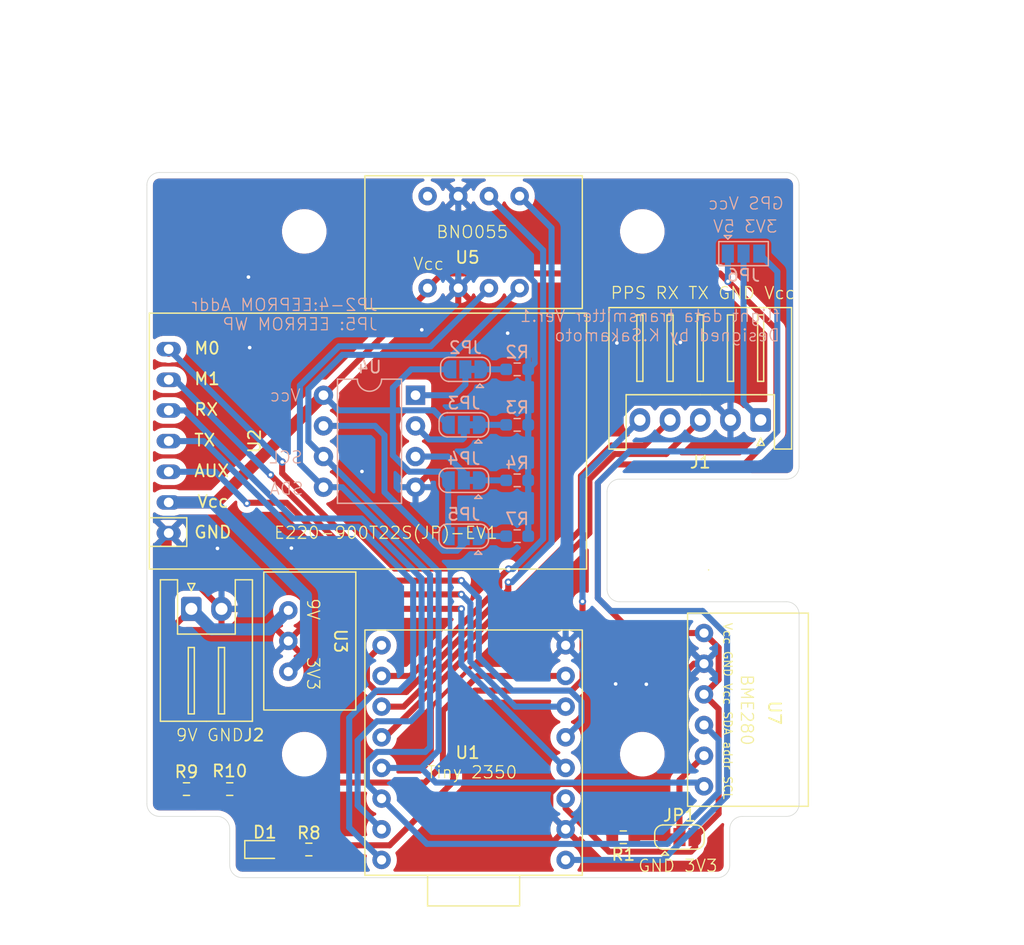
<source format=kicad_pcb>
(kicad_pcb (version 20240108) (generator "pcbnew") (generator_version "8.0")
  (layers (0 "F.Cu" signal) (31 "B.Cu" signal) (34 "B.Paste" user) (35 "F.Paste" user) (36 "B.SilkS" user "B.Silkscreen") (37 "F.SilkS" user "F.Silkscreen") (38 "B.Mask" user) (39 "F.Mask" user) (44 "Edge.Cuts" user))
  (net 0 "")
  (net 1 "GND")
  (net 2 "Net-(D1-A)")
  (net 3 "PPS")
  (net 4 "GPS_RX-ESP_TX")
  (net 5 "Net-(J1-Pin_1)")
  (net 6 "GPS_TX-ESP_RX")
  (net 7 "+9V")
  (net 8 "Net-(JP1-A)")
  (net 9 "Net-(JP1-C)")
  (net 10 "+3V3")
  (net 11 "Net-(JP2-C)")
  (net 12 "Net-(JP2-A)")
  (net 13 "Net-(JP3-C)")
  (net 14 "Net-(JP3-A)")
  (net 15 "Net-(JP4-C)")
  (net 16 "Net-(JP4-A)")
  (net 17 "Net-(JP5-C)")
  (net 18 "Net-(JP5-A)")
  (net 19 "+5V")
  (net 20 "Batt_Voltage")
  (net 21 "LoRa_TX-ESP_RX")
  (net 22 "LoRa_M0")
  (net 23 "SCL")
  (net 24 "LoRa_RX-ESP_TX")
  (net 25 "INT")
  (net 26 "LoRa_M1")
  (net 27 "bRESET")
  (net 28 "LoRa-AUX")
  (net 29 "SDA")
  (footprint "Connector_JST:JST_XH_S5B-XH-A_1x05_P2.50mm_Horizontal" (layer "F.Cu") (at 101.6178 71.2978 180)
    (property "Reference" "J1")
    (property "Value" "GPS")
  )
  (footprint "MountingHole:MountingHole_3.2mm_M3" (layer "F.Cu") (at 63.8302 98.9838)
    (property "Reference" "REF**" (hide yes))
    (property "Value" "MountingHole_3.2mm_M3")
  )
  (footprint "Resistor_SMD:R_0603_1608Metric_Pad0.98x0.95mm_HandSolder" (layer "F.Cu") (at 64.2093 106.8832 180)
    (property "Reference" "R8")
    (property "Value" "R")
  )
  (footprint "Jumper:SolderJumper-3_P1.3mm_Bridged12_RoundedPad1.0x1.5mm" (layer "F.Cu") (at 94.8944 105.8517)
    (property "Reference" "JP1")
    (property "Value" "SolderJumper_3_Bridged12")
  )
  (footprint "CELALINK:E220-900T22S(JP)-EV1" (layer "F.Cu") (at 52.6034 73.0504 90)
    (property "Reference" "U2")
    (property "Value" "~")
  )
  (footprint "Diode_SMD:D_0603_1608Metric_Pad1.05x0.95mm_HandSolder" (layer "F.Cu") (at 60.565 106.8832)
    (property "Reference" "D1")
    (property "Value" "LED")
  )
  (footprint "Connector_JST:JST_XH_S2B-XH-A_1x02_P2.50mm_Horizontal" (layer "F.Cu") (at 54.4776 86.9486)
    (property "Reference" "J2")
    (property "Value" "battery 9V")
  )
  (footprint "MountingHole:MountingHole_3.2mm_M3" (layer "F.Cu") (at 91.821 55.6768)
    (property "Reference" "REF**" (hide yes))
    (property "Value" "MountingHole_3.2mm_M3")
  )
  (footprint "Resistor_SMD:R_0603_1608Metric_Pad0.98x0.95mm_HandSolder" (layer "F.Cu") (at 54.0766 101.8794)
    (property "Reference" "R9")
    (property "Value" "R")
  )
  (footprint "Resistor_SMD:R_0603_1608Metric_Pad0.98x0.95mm_HandSolder" (layer "F.Cu") (at 90.2462 105.8672 180)
    (property "Reference" "R1")
    (property "Value" "R")
  )
  (footprint "MountingHole:MountingHole_3.2mm_M3" (layer "F.Cu") (at 63.8302 55.6768)
    (property "Reference" "REF**" (hide yes))
    (property "Value" "MountingHole_3.2mm_M3")
  )
  (footprint "akizuki:AE-BME280" (layer "F.Cu") (at 96.9264 95.3008 -90)
    (property "Reference" "U7")
    (property "Value" "BME280")
  )
  (footprint "Resistor_SMD:R_0603_1608Metric_Pad0.98x0.95mm_HandSolder" (layer "F.Cu") (at 57.658 101.8794 180)
    (property "Reference" "R10")
    (property "Value" "R")
  )
  (footprint "akizuki:AE-BNO055-BO" (layer "F.Cu") (at 77.851 56.5658 90)
    (property "Reference" "U5")
    (property "Value" "BNO055")
  )
  (footprint "MountingHole:MountingHole_3.2mm_M3" (layer "F.Cu") (at 91.821 98.9838)
    (property "Reference" "REF**" (hide yes))
    (property "Value" "MountingHole_3.2mm_M3")
  )
  (footprint "pimoroni:Tiny 2350" (layer "F.Cu") (at 77.851 98.8568 90)
    (property "Reference" "U1")
    (property "Value" "~")
  )
  (footprint "akizuki:M78AR033-1" (layer "F.Cu") (at 62.5094 89.6112 -90)
    (property "Reference" "U3")
    (property "Value" "M78AR05-0.5")
  )
  (footprint "Jumper:SolderJumper-3_P1.3mm_Bridged12_RoundedPad1.0x1.5mm" (layer "B.Cu") (at 77.0336 80.9244 180)
    (property "Reference" "JP5")
    (property "Value" "SolderJumper_3_Bridged12")
  )
  (footprint "Jumper:SolderJumper-3_P1.3mm_Open_Pad1.0x1.5mm" (layer "B.Cu") (at 100.203 57.5211)
    (property "Reference" "JP6")
    (property "Value" "SolderJumper_3_Open")
  )
  (footprint "Resistor_SMD:R_0603_1608Metric_Pad0.98x0.95mm_HandSolder" (layer "B.Cu") (at 81.4578 67.1068 180)
    (property "Reference" "R2")
    (property "Value" "R")
  )
  (footprint "Resistor_SMD:R_0603_1608Metric_Pad0.98x0.95mm_HandSolder" (layer "B.Cu") (at 81.4578 71.7042 180)
    (property "Reference" "R3")
    (property "Value" "R")
  )
  (footprint "Resistor_SMD:R_0603_1608Metric_Pad0.98x0.95mm_HandSolder" (layer "B.Cu") (at 81.4578 80.9244)
    (property "Reference" "R7")
    (property "Value" "R")
  )
  (footprint "Jumper:SolderJumper-3_P1.3mm_Bridged12_RoundedPad1.0x1.5mm" (layer "B.Cu") (at 77.0428 76.3016 180)
    (property "Reference" "JP4")
    (property "Value" "SolderJumper_3_Bridged12")
  )
  (footprint "Jumper:SolderJumper-3_P1.3mm_Bridged12_RoundedPad1.0x1.5mm" (layer "B.Cu") (at 77.1698 67.1068 180)
    (property "Reference" "JP2")
    (property "Value" "SolderJumper_3_Bridged12")
  )
  (footprint "Jumper:SolderJumper-3_P1.3mm_Bridged12_RoundedPad1.0x1.5mm" (layer "B.Cu") (at 77.0428 71.7042 180)
    (property "Reference" "JP3")
    (property "Value" "SolderJumper_3_Bridged12")
  )
  (footprint "Package_DIP:DIP-8_W7.62mm" (layer "B.Cu") (at 73.0404 69.2504 180)
    (property "Reference" "U4")
    (property "Value" "24FC256")
  )
  (footprint "Resistor_SMD:R_0603_1608Metric_Pad0.98x0.95mm_HandSolder" (layer "B.Cu") (at 81.4578 76.3016 180)
    (property "Reference" "R4")
    (property "Value" "R")
  )
  (gr_arc (start 50.799781 51.841181) (mid 51.1048 51.1048) (end 51.841181 50.799781) (stroke (width 0.05)) (layer "Edge.Cuts"))
  (gr_line (start 51.841181 104.140219) (end 56.616819 104.139781) (stroke (width 0.05)) (layer "Edge.Cuts"))
  (gr_arc (start 103.759219 86.359781) (mid 104.4956 86.6648) (end 104.800619 87.401181) (stroke (width 0.05)) (layer "Edge.Cuts"))
  (gr_arc (start 88.899781 77.241181) (mid 89.2048 76.5048) (end 89.941181 76.199781) (stroke (width 0.05)) (layer "Edge.Cuts"))
  (gr_line (start 89.941181 76.199781) (end 103.759219 76.200219) (stroke (width 0.05)) (layer "Edge.Cuts"))
  (gr_arc (start 56.616819 104.139781) (mid 57.3532 104.4448) (end 57.658219 105.181181) (stroke (width 0.05)) (layer "Edge.Cuts"))
  (gr_arc (start 104.800619 103.098819) (mid 104.4956 103.8352) (end 103.759219 104.140219) (stroke (width 0.05)) (layer "Edge.Cuts"))
  (gr_arc (start 89.941181 86.360219) (mid 89.2048 86.0552) (end 88.899781 85.318819) (stroke (width 0.05)) (layer "Edge.Cuts"))
  (gr_arc (start 99.060219 108.178819) (mid 98.7552 108.9152) (end 98.018819 109.220219) (stroke (width 0.05)) (layer "Edge.Cuts"))
  (gr_arc (start 103.759219 50.799781) (mid 104.4956 51.1048) (end 104.800619 51.841181) (stroke (width 0.05)) (layer "Edge.Cuts"))
  (gr_arc (start 104.800619 75.158819) (mid 104.4956 75.8952) (end 103.759219 76.200219) (stroke (width 0.05)) (layer "Edge.Cuts"))
  (gr_line (start 88.899781 85.318819) (end 88.899781 77.241181) (stroke (width 0.05)) (layer "Edge.Cuts"))
  (gr_line (start 58.699181 109.220219) (end 98.018819 109.220219) (stroke (width 0.05)) (layer "Edge.Cuts"))
  (gr_arc (start 58.699181 109.220219) (mid 57.9628 108.9152) (end 57.657781 108.178819) (stroke (width 0.05)) (layer "Edge.Cuts"))
  (gr_line (start 57.658219 105.181181) (end 57.657781 108.178819) (stroke (width 0.05)) (layer "Edge.Cuts"))
  (gr_line (start 50.799781 103.098819) (end 50.799781 51.841181) (stroke (width 0.05)) (layer "Edge.Cuts"))
  (gr_line (start 103.759219 86.359781) (end 89.941181 86.360219) (stroke (width 0.05)) (layer "Edge.Cuts"))
  (gr_line (start 100.101181 104.139781) (end 103.759219 104.140219) (stroke (width 0.05)) (layer "Edge.Cuts"))
  (gr_line (start 51.841181 50.799781) (end 103.759219 50.799781) (stroke (width 0.05)) (layer "Edge.Cuts"))
  (gr_line (start 104.800619 87.401181) (end 104.800619 103.098819) (stroke (width 0.05)) (layer "Edge.Cuts"))
  (gr_arc (start 51.841181 104.140219) (mid 51.1048 103.8352) (end 50.799781 103.098819) (stroke (width 0.05)) (layer "Edge.Cuts"))
  (gr_line (start 104.800619 51.841181) (end 104.800619 75.158819) (stroke (width 0.05)) (layer "Edge.Cuts"))
  (gr_line (start 99.060219 108.178819) (end 99.059781 105.181181) (stroke (width 0.05)) (layer "Edge.Cuts"))
  (gr_arc (start 99.059781 105.181181) (mid 99.3648 104.4448) (end 100.101181 104.139781) (stroke (width 0.05)) (layer "Edge.Cuts"))
  (gr_text "flight data transmitter Ver.1\nDesigned by K.Sakamoto" (at 103.2764 64.8716 0) (layer "B.SilkS") (effects (font (size 1 1) (thickness 0.1)) (justify left bottom mirror)))
  (gr_text "SCL" (at 63.754 74.9808 0) (layer "B.SilkS") (effects (font (size 1 1) (thickness 0.1)) (justify left bottom mirror)))
  (gr_text "JP2-4:EEPROM Addr\nJP5: EERROM WP" (at 69.977 63.9572 0) (layer "B.SilkS") (effects (font (size 1 1) (thickness 0.1)) (justify left bottom mirror)))
  (gr_text "SDA" (at 63.8302 77.5716 0) (layer "B.SilkS") (effects (font (size 1 1) (thickness 0.1)) (justify left bottom mirror)))
  (gr_text "GPS Vcc" (at 103.6066 53.9496 0) (layer "B.SilkS") (effects (font (size 1 1) (thickness 0.1)) (justify left bottom mirror)))
  (gr_text "Vcc" (at 63.6016 69.85 0) (layer "B.SilkS") (effects (font (size 1 1) (thickness 0.1)) (justify left bottom mirror)))
  (gr_text "3V3 5V" (at 103.0732 55.8546 -0) (layer "B.SilkS") (effects (font (size 1 1) (thickness 0.1)) (justify left bottom mirror)))
  (gr_text "9V GND" (at 53.1368 97.9932 0) (layer "F.SilkS") (effects (font (size 1 1) (thickness 0.1)) (justify left bottom)))
  (gr_text "E220-900T22S(JP)-EV1" (at 61.2648 81.2292 0) (layer "F.SilkS") (effects (font (size 1 1) (thickness 0.1)) (justify left bottom)))
  (gr_text "Vcc" (at 72.771 58.9534 0) (layer "F.SilkS") (effects (font (size 1 1) (thickness 0.1)) (justify left bottom)))
  (gr_text "Tiny 2350" (at 73.914 101.0666 0) (layer "F.SilkS") (effects (font (size 1 1) (thickness 0.1)) (justify left bottom)))
  (gr_text "GND 3V3" (at 91.4146 108.8136 0) (layer "F.SilkS") (effects (font (size 1 1) (thickness 0.1)) (justify left bottom)))
  (gr_text "BME280" (at 99.8982 92.3036 -90) (layer "F.SilkS") (effects (font (size 1 1) (thickness 0.1)) (justify left bottom)))
  (gr_text "9V    3V3" (at 63.9826 86.0044 270) (layer "F.SilkS") (effects (font (size 1 1) (thickness 0.1)) (justify left bottom)))
  (gr_text "Vcc GND Vcc SDA addr SCL" (at 98.4758 88.0364 270) (layer "F.SilkS") (effects (font (size 0.7 0.7) (thickness 0.1)) (justify left bottom)))
  (gr_text "BNO055" (at 74.7014 56.3118 0) (layer "F.SilkS") (effects (font (size 1 1) (thickness 0.1)) (justify left bottom)))
  (gr_text "PPS RX TX GND Vcc" (at 89.1286 61.3664 0) (layer "F.SilkS") (effects (font (size 1 1) (thickness 0.1)) (justify left bottom)))
  (segment (start 52.6034 82.5744) (end 56.9776 86.9486) (width 0.5) (layer "F.Cu") (net 1))
  (segment (start 59.8468 86.9486) (end 62.5094 89.6112) (width 0.5) (layer "F.Cu") (net 1))
  (segment (start 88.8511 104.169473) (end 86.136427 101.4548) (width 0.5) (layer "F.Cu") (net 1))
  (segment (start 88.8511 105.3846) (end 89.3337 105.8672) (width 0.5) (layer "F.Cu") (net 1))
  (segment (start 52.2266 102.47998) (end 52.59122 102.8446) (width 0.5) (layer "F.Cu") (net 1))
  (segment (start 96.9264 91.4908) (end 96.100427 91.4908) (width 0.5) (layer "F.Cu") (net 1))
  (segment (start 58.5705 101.8794) (end 58.5705 105.7637) (width 0.5) (layer "F.Cu") (net 1))
  (segment (start 52.6034 80.6704) (end 52.2266 81.0472) (width 0.5) (layer "F.Cu") (net 1))
  (segment (start 86.136427 101.4548) (end 84.968973 101.4548) (width 0.5) (layer "F.Cu") (net 1))
  (segment (start 84.968973 101.4548) (end 84.201 102.222773) (width 0.5) (layer "F.Cu") (net 1))
  (segment (start 76.581 60.3758) (end 76.581 66.4158) (width 0.5) (layer "F.Cu") (net 1))
  (segment (start 84.201 102.222773) (end 84.201 103.9368) (width 0.5) (layer "F.Cu") (net 1))
  (segment (start 52.59122 102.8446) (end 57.6053 102.8446) (width 0.5) (layer "F.Cu") (net 1))
  (segment (start 57.6053 102.8446) (end 58.5705 101.8794) (width 0.5) (layer "F.Cu") (net 1))
  (segment (start 52.2266 81.0472) (end 52.2266 102.47998) (width 0.5) (layer "F.Cu") (net 1))
  (segment (start 96.100427 91.4908) (end 86.136427 101.4548) (width 0.5) (layer "F.Cu") (net 1))
  (segment (start 58.5705 105.7637) (end 59.69 106.8832) (width 0.5) (layer "F.Cu") (net 1))
  (segment (start 52.6034 80.6704) (end 52.6034 82.5744) (width 0.5) (layer "F.Cu") (net 1))
  (segment (start 56.9776 86.9486) (end 59.8468 86.9486) (width 0.5) (layer "F.Cu") (net 1))
  (segment (start 84.201 103.9368) (end 85.471 105.2068) (width 0.5) (layer "F.Cu") (net 1))
  (segment (start 88.8511 105.3846) (end 88.8511 104.169473) (width 0.5) (layer "F.Cu") (net 1))
  (segment (start 73.0404 76.8704) (end 80.038 69.8728) (width 0.5) (layer "F.Cu") (net 1))
  (segment (start 97.6928 69.8728) (end 99.1178 71.2978) (width 0.5) (layer "F.Cu") (net 1))
  (segment (start 80.038 69.8728) (end 97.6928 69.8728) (width 0.5) (layer "F.Cu") (net 1))
  (segment (start 76.581 66.4158) (end 80.038 69.8728) (width 0.5) (layer "F.Cu") (net 1))
  (via (at 89.6112 93.1672) (size 0.6) (drill 0.3) (layers "F.Cu" "B.Cu") (net 1))
  (via (at 56.642 81.9404) (size 0.6) (drill 0.3) (layers "F.Cu" "B.Cu") (net 1))
  (via (at 59.309 65.3034) (size 0.6) (drill 0.3) (layers "F.Cu" "B.Cu") (net 1))
  (via (at 92.1512 93.1926) (size 0.6) (drill 0.3) (layers "F.Cu" "B.Cu") (net 1))
  (via (at 68.6054 75.565) (size 0.6) (drill 0.3) (layers "F.Cu" "B.Cu") (net 1))
  (via (at 59.2074 59.4614) (size 0.6) (drill 0.3) (layers "F.Cu" "B.Cu") (net 1))
  (via (at 62.7634 81.915) (size 0.6) (drill 0.3) (layers "F.Cu" "B.Cu") (net 1))
  (via (at 94.9706 64.8716) (size 0.6) (drill 0.3) (layers "F.Cu" "B.Cu") (net 1))
  (via (at 80.6704 64.1096) (size 0.6) (drill 0.3) (layers "F.Cu" "B.Cu") (net 1))
  (via (at 89.7128 64.9224) (size 0.6) (drill 0.3) (layers "F.Cu" "B.Cu") (net 1))
  (via (at 73.5584 63.8302) (size 0.6) (drill 0.3) (layers "F.Cu" "B.Cu") (net 1))
  (segment (start 76.581 60.3758) (end 77.793 59.1638) (width 0.5) (layer "B.Cu") (net 1))
  (segment (start 85.471 75.481122) (end 85.471 89.9668) (width 0.5) (layer "B.Cu") (net 1))
  (segment (start 82.9056 66.5715) (end 82.3703 67.1068) (width 0.5) (layer "B.Cu") (net 1))
  (segment (start 82.9056 59.906373) (end 82.9056 66.5715) (width 0.5) (layer "B.Cu") (net 1))
  (segment (start 76.581 52.7558) (end 76.581 60.3758) (width 0.5) (layer "B.Cu") (net 1))
  (segment (start 77.793 59.1638) (end 82.163027 59.1638) (width 0.5) (layer "B.Cu") (net 1))
  (segment (start 82.163027 59.1638) (end 82.9056 59.906373) (width 0.5) (layer "B.Cu") (net 1))
  (segment (start 97.6928 69.8728) (end 91.079322 69.8728) (width 0.5) (layer "B.Cu") (net 1))
  (segment (start 91.079322 69.8728) (end 85.471 75.481122) (width 0.5) (layer "B.Cu") (net 1))
  (segment (start 99.1178 71.2978) (end 97.6928 69.8728) (width 0.5) (layer "B.Cu") (net 1))
  (segment (start 82.3703 67.1068) (end 82.3703 80.9244) (width 0.5) (layer "B.Cu") (net 1))
  (segment (start 61.44 106.8832) (end 63.2968 106.8832) (width 0.5) (layer "F.Cu") (net 2))
  (segment (start 86.868 92.823827) (end 86.868 91.7956) (width 0.5) (layer "F.Cu") (net 3))
  (segment (start 65.4702 106.5348) (end 70.896427 106.5348) (width 0.5) (layer "F.Cu") (net 3))
  (segment (start 76.1492 101.282027) (end 76.1492 95.52875) (width 0.5) (layer "F.Cu") (net 3))
  (segment (start 70.896427 106.5348) (end 76.1492 101.282027) (width 0.5) (layer "F.Cu") (net 3))
  (segment (start 77.95915 93.7188) (end 85.973027 93.7188) (width 0.5) (layer "F.Cu") (net 3))
  (segment (start 65.1218 106.8832) (end 65.4702 106.5348) (width 0.5) (layer "F.Cu") (net 3))
  (segment (start 76.1492 95.52875) (end 77.95915 93.7188) (width 0.5) (layer "F.Cu") (net 3))
  (segment (start 85.973027 93.7188) (end 86.868 92.823827) (width 0.5) (layer "F.Cu") (net 3))
  (segment (start 86.868 91.7956) (end 86.868 86.3346) (width 0.5) (layer "F.Cu") (net 3))
  (via (at 86.868 86.3346) (size 0.6) (drill 0.3) (layers "F.Cu" "B.Cu") (net 3))
  (segment (start 86.868 76.0476) (end 86.868 86.3346) (width 0.5) (layer "B.Cu") (net 3))
  (segment (start 91.6178 71.2978) (end 86.868 76.0476) (width 0.5) (layer "B.Cu") (net 3))
  (segment (start 70.5104 97.5868) (end 87.437342 80.659858) (width 0.5) (layer "F.Cu") (net 4))
  (segment (start 70.231 97.5868) (end 70.5104 97.5868) (width 0.5) (layer "F.Cu") (net 4))
  (segment (start 93.7984 74.1172) (end 96.6178 71.2978) (width 0.5) (layer "F.Cu") (net 4))
  (segment (start 87.437342 80.659858) (end 87.437342 76.218134) (width 0.5) (layer "F.Cu") (net 4))
  (segment (start 89.538276 74.1172) (end 93.7984 74.1172) (width 0.5) (layer "F.Cu") (net 4))
  (segment (start 87.437342 76.218134) (end 89.538276 74.1172) (width 0.5) (layer "F.Cu") (net 4))
  (segment (start 100.203 69.883) (end 101.6178 71.2978) (width 0.5) (layer "B.Cu") (net 5))
  (segment (start 100.203 57.5211) (end 100.203 69.883) (width 0.5) (layer "B.Cu") (net 5))
  (segment (start 86.737342 75.928184) (end 89.248326 73.4172) (width 0.5) (layer "F.Cu") (net 6))
  (segment (start 72.606225 94.501025) (end 86.737342 80.369908) (width 0.5) (layer "F.Cu") (net 6))
  (segment (start 70.231 95.0468) (end 72.06045 95.0468) (width 0.5) (layer "F.Cu") (net 6))
  (segment (start 72.06045 95.0468) (end 72.606225 94.501025) (width 0.5) (layer "F.Cu") (net 6))
  (segment (start 86.737342 80.369908) (end 86.737342 75.928184) (width 0.5) (layer "F.Cu") (net 6))
  (segment (start 89.248326 73.4172) (end 91.9984 73.4172) (width 0.5) (layer "F.Cu") (net 6))
  (segment (start 91.9984 73.4172) (end 94.1178 71.2978) (width 0.5) (layer "F.Cu") (net 6))
  (segment (start 53.1641 101.8794) (end 53.1641 88.2621) (width 0.5) (layer "F.Cu") (net 7))
  (segment (start 53.1641 88.2621) (end 54.4776 86.9486) (width 0.5) (layer "F.Cu") (net 7))
  (segment (start 60.932 88.6486) (end 62.5094 87.0712) (width 1) (layer "B.Cu") (net 7))
  (segment (start 56.1776 88.6486) (end 60.932 88.6486) (width 1) (layer "B.Cu") (net 7))
  (segment (start 54.4776 86.9486) (end 56.1776 88.6486) (width 1) (layer "B.Cu") (net 7))
  (segment (start 91.1587 105.8672) (end 93.5789 105.8672) (width 0.5) (layer "F.Cu") (net 8))
  (segment (start 93.5789 105.8672) (end 93.5944 105.8517) (width 0.5) (layer "F.Cu") (net 8))
  (segment (start 96.9264 99.1108) (end 94.8944 101.1428) (width 0.5) (layer "F.Cu") (net 9))
  (segment (start 94.8944 101.1428) (end 94.8944 105.8517) (width 0.5) (layer "F.Cu") (net 9))
  (segment (start 52.6034 78.1304) (end 56.5404 78.1304) (width 1) (layer "F.Cu") (net 10))
  (segment (start 98.1384 92.8188) (end 96.9264 94.0308) (width 0.5) (layer "F.Cu") (net 10))
  (segment (start 98.933 59.817) (end 98.9076 59.817) (width 0.5) (layer "F.Cu") (net 10))
  (segment (start 98.1384 95.2428) (end 98.1384 103.9077) (width 0.5) (layer "F.Cu") (net 10))
  (segment (start 88.137342 86.051917) (end 88.137342 76.508083) (width 0.5) (layer "F.Cu") (net 10))
  (segment (start 74.041 60.6298) (end 74.041 60.3758) (width 0.5) (layer "F.Cu") (net 10))
  (segment (start 95.8351 107.061) (end 96.1944 106.7017) (width 0.5) (layer "F.Cu") (net 10))
  (segment (start 98.1384 103.9077) (end 96.1944 105.8517) (width 0.5) (layer "F.Cu") (net 10))
  (segment (start 100.928339 74.309139) (end 102.9178 72.319678) (width 0.5) (layer "F.Cu") (net 10))
  (segment (start 102.9178 72.319678) (end 102.9178 63.8018) (width 0.5) (layer "F.Cu") (net 10))
  (segment (start 98.1384 90.1628) (end 98.1384 92.8188) (width 0.5) (layer "F.Cu") (net 10))
  (segment (start 96.9264 88.9508) (end 98.1384 90.1628) (width 0.5) (layer "F.Cu") (net 10))
  (segment (start 65.4204 69.2504) (end 74.041 60.6298) (width 0.5) (layer "F.Cu") (net 10))
  (segment (start 98.9076 59.7916) (end 98.9076 59.7916) (width 0.5) (layer "F.Cu") (net 10))
  (segment (start 100.255365 74.982113) (end 100.928339 74.309139) (width 0.5) (layer "F.Cu") (net 10))
  (segment (start 89.061146 107.061) (end 95.8351 107.061) (width 0.5) (layer "F.Cu") (net 10))
  (segment (start 75.253 59.1638) (end 98.2544 59.1638) (width 0.5) (layer "F.Cu") (net 10))
  (segment (start 56.5404 78.1304) (end 65.4204 69.2504) (width 1) (layer "F.Cu") (net 10))
  (segment (start 85.471 102.6668) (end 85.471 103.470854) (width 0.5) (layer "F.Cu") (net 10))
  (segment (start 96.1944 106.7017) (end 96.1944 105.8517) (width 0.5) (layer "F.Cu") (net 10))
  (segment (start 89.663313 74.982113) (end 100.255365 74.982113) (width 0.5) (layer "F.Cu") (net 10))
  (segment (start 96.9264 94.0308) (end 98.1384 95.2428) (width 0.5) (layer "F.Cu") (net 10))
  (segment (start 98.2544 59.1638) (end 98.9076 59.817) (width 0.5) (layer "F.Cu") (net 10))
  (segment (start 89.195634 75.449791) (end 89.663313 74.982113) (width 0.5) (layer "F.Cu") (net 10))
  (segment (start 88.137342 76.508083) (end 89.195634 75.449791) (width 0.5) (layer "F.Cu") (net 10))
  (segment (start 96.9264 88.9508) (end 91.036225 88.9508) (width 0.5) (layer "F.Cu") (net 10))
  (segment (start 85.471 103.470854) (end 89.061146 107.061) (width 0.5) (layer "F.Cu") (net 10))
  (segment (start 102.9178 63.8018) (end 98.933 59.817) (width 0.5) (layer "F.Cu") (net 10))
  (segment (start 98.9076 59.817) (end 98.9076 59.7916) (width 0.5) (layer "F.Cu") (net 10))
  (segment (start 91.036225 88.9508) (end 88.137342 86.051917) (width 0.5) (layer "F.Cu") (net 10))
  (segment (start 74.041 60.3758) (end 75.253 59.1638) (width 0.5) (layer "F.Cu") (net 10))
  (via (at 98.9076 59.817) (size 0.6) (drill 0.3) (layers "F.Cu" "B.Cu") (net 10))
  (segment (start 66.6704 70.5004) (end 71.1708 70.5004) (width 0.5) (layer "B.Cu") (net 10))
  (segment (start 63.9714 85.8662) (end 63.9714 90.6892) (width 1) (layer "B.Cu") (net 10))
  (segment (start 63.9714 90.6892) (end 62.5094 92.1512) (width 1) (layer "B.Cu") (net 10))
  (segment (start 74.539 70.5004) (end 75.7428 71.7042) (width 0.5) (layer "B.Cu") (net 10))
  (segment (start 71.1708 70.5004) (end 71.1708 68.62) (width 0.5) (layer "B.Cu") (net 10))
  (segment (start 75.7428 76.3016) (end 75.7428 80.9152) (width 0.5) (layer "B.Cu") (net 10))
  (segment (start 71.1708 68.62) (end 72.684 67.1068) (width 0.5) (layer "B.Cu") (net 10))
  (segment (start 52.6034 78.1304) (end 56.2356 78.1304) (width 1) (layer "B.Cu") (net 10))
  (segment (start 72.684 67.1068) (end 75.8698 67.1068) (width 0.5) (layer "B.Cu") (net 10))
  (segment (start 56.2356 78.1304) (end 63.9714 85.8662) (width 1) (layer "B.Cu") (net 10))
  (segment (start 71.1708 70.5004) (end 71.1708 74.228567) (width 0.5) (layer "B.Cu") (net 10))
  (segment (start 75.7428 80.9152) (end 75.7336 80.9244) (width 0.5) (layer "B.Cu") (net 10))
  (segment (start 98.9076 57.5257) (end 98.903 57.5211) (width 0.5) (layer "B.Cu") (net 10))
  (segment (start 65.4204 69.2504) (end 66.6704 70.5004) (width 0.5) (layer "B.Cu") (net 10))
  (segment (start 71.1708 70.5004) (end 74.539 70.5004) (width 0.5) (layer "B.Cu") (net 10))
  (segment (start 98.9076 59.817) (end 98.9076 57.5257) (width 0.5) (layer "B.Cu") (net 10))
  (segment (start 72.522633 75.5804) (end 75.0216 75.5804) (width 0.5) (layer "B.Cu") (net 10))
  (segment (start 75.0216 75.5804) (end 75.7428 76.3016) (width 0.5) (layer "B.Cu") (net 10))
  (segment (start 71.1708 74.228567) (end 72.522633 75.5804) (width 0.5) (layer "B.Cu") (net 10))
  (segment (start 76.2762 69.2504) (end 77.1698 68.3568) (width 0.5) (layer "B.Cu") (net 11))
  (segment (start 73.0404 69.2504) (end 76.2762 69.2504) (width 0.5) (layer "B.Cu") (net 11))
  (segment (start 77.1698 68.3568) (end 77.1698 67.1068) (width 0.5) (layer "B.Cu") (net 11))
  (segment (start 78.4698 67.1068) (end 80.5453 67.1068) (width 0.5) (layer "B.Cu") (net 12))
  (segment (start 76.9202 72.9092) (end 77.0428 72.7866) (width 0.5) (layer "B.Cu") (net 13))
  (segment (start 77.0428 72.7866) (end 77.0428 71.7042) (width 0.5) (layer "B.Cu") (net 13))
  (segment (start 74.1592 72.9092) (end 76.9202 72.9092) (width 0.5) (layer "B.Cu") (net 13))
  (segment (start 73.0404 71.7904) (end 74.1592 72.9092) (width 0.5) (layer "B.Cu") (net 13))
  (segment (start 78.3428 71.7042) (end 80.5453 71.7042) (width 0.5) (layer "B.Cu") (net 14))
  (segment (start 75.715068 74.3304) (end 77.0428 75.658132) (width 0.5) (layer "B.Cu") (net 15))
  (segment (start 73.0404 74.3304) (end 75.715068 74.3304) (width 0.5) (layer "B.Cu") (net 15))
  (segment (start 77.0428 75.658132) (end 77.0428 76.3016) (width 0.5) (layer "B.Cu") (net 15))
  (segment (start 78.3428 76.3016) (end 80.5453 76.3016) (width 0.5) (layer "B.Cu") (net 16))
  (segment (start 76.472068 82.1294) (end 77.0336 81.567868) (width 0.5) (layer "B.Cu") (net 17))
  (segment (start 75.332591 82.1294) (end 76.472068 82.1294) (width 0.5) (layer "B.Cu") (net 17))
  (segment (start 70.4708 77.267609) (end 75.332591 82.1294) (width 0.5) (layer "B.Cu") (net 17))
  (segment (start 70.4708 72.5678) (end 70.4708 77.267609) (width 0.5) (layer "B.Cu") (net 17))
  (segment (start 65.4204 71.7904) (end 69.6934 71.7904) (width 0.5) (layer "B.Cu") (net 17))
  (segment (start 77.0336 81.567868) (end 77.0336 80.9244) (width 0.5) (layer "B.Cu") (net 17))
  (segment (start 69.6934 71.7904) (end 70.4708 72.5678) (width 0.5) (layer "B.Cu") (net 17))
  (segment (start 78.3336 80.9244) (end 80.5453 80.9244) (width 0.5) (layer "B.Cu") (net 18))
  (segment (start 98.8384 102.442777) (end 93.858788 107.422388) (width 0.5) (layer "B.Cu") (net 19))
  (segment (start 85.471 107.7468) (end 93.534376 107.7468) (width 0.5) (layer "B.Cu") (net 19))
  (segment (start 88.137342 86.051917) (end 89.208083 87.122658) (width 0.5) (layer "B.Cu") (net 19))
  (segment (start 89.208083 87.122658) (end 96.812285 87.122658) (width 0.5) (layer "B.Cu") (net 19))
  (segment (start 101.334739 73.902739) (end 102.997 72.240478) (width 0.5) (layer "B.Cu") (net 19))
  (segment (start 90.742686 73.902739) (end 88.137342 76.508083) (width 0.5) (layer "B.Cu") (net 19))
  (segment (start 93.534376 107.7468) (end 93.858788 107.422388) (width 0.5) (layer "B.Cu") (net 19))
  (segment (start 96.812285 87.122658) (end 98.8384 89.148773) (width 0.5) (layer "B.Cu") (net 19))
  (segment (start 88.137342 76.508083) (end 88.137342 86.051917) (width 0.5) (layer "B.Cu") (net 19))
  (segment (start 98.8384 89.148773) (end 98.8384 102.442777) (width 0.5) (layer "B.Cu") (net 19))
  (segment (start 101.334739 73.902739) (end 90.742686 73.902739) (width 0.5) (layer "B.Cu") (net 19))
  (segment (start 102.997 72.240478) (end 102.997 59.0151) (width 0.5) (layer "B.Cu") (net 19))
  (segment (start 102.997 59.0151) (end 101.503 57.5211) (width 0.5) (layer "B.Cu") (net 19))
  (segment (start 73.8196 101.3388) (end 75.311 99.8474) (width 0.5) (layer "F.Cu") (net 20))
  (segment (start 57.6705 100.9544) (end 60.6446 100.9544) (width 0.5) (layer "F.Cu") (net 20))
  (segment (start 60.6446 100.9544) (end 61.029 101.3388) (width 0.5) (layer "F.Cu") (net 20))
  (segment (start 56.7455 101.8794) (end 57.6705 100.9544) (width 0.5) (layer "F.Cu") (net 20))
  (segment (start 75.311 95.377) (end 78.1812 92.5068) (width 0.5) (layer "F.Cu") (net 20))
  (segment (start 75.311 99.8474) (end 75.311 95.377) (width 0.5) (layer "F.Cu") (net 20))
  (segment (start 54.9891 101.8794) (end 56.7455 101.8794) (width 0.5) (layer "F.Cu") (net 20))
  (segment (start 78.1812 92.5068) (end 85.471 92.5068) (width 0.5) (layer "F.Cu") (net 20))
  (segment (start 61.029 101.3388) (end 73.8196 101.3388) (width 0.5) (layer "F.Cu") (net 20))
  (segment (start 68.5725 79.4624) (end 73.5442 84.4341) (width 0.5) (layer "B.Cu") (net 21))
  (segment (start 62.90095 79.4624) (end 68.5725 79.4624) (width 0.5) (layer "B.Cu") (net 21))
  (segment (start 73.5442 95.3516) (end 72.637 96.2588) (width 0.5) (layer "B.Cu") (net 21))
  (segment (start 68.2498 103.2256) (end 70.231 105.2068) (width 0.5) (layer "B.Cu") (net 21))
  (segment (start 72.637 96.2588) (end 69.844973 96.2588) (width 0.5) (layer "B.Cu") (net 21))
  (segment (start 53.94895 70.5104) (end 62.90095 79.4624) (width 0.5) (layer "B.Cu") (net 21))
  (segment (start 68.2498 97.853973) (end 68.2498 103.2256) (width 0.5) (layer "B.Cu") (net 21))
  (segment (start 52.6034 70.5104) (end 53.94895 70.5104) (width 0.5) (layer "B.Cu") (net 21))
  (segment (start 69.844973 96.2588) (end 68.2498 97.853973) (width 0.5) (layer "B.Cu") (net 21))
  (segment (start 73.5442 84.4341) (end 73.5442 95.3516) (width 0.5) (layer "B.Cu") (net 21))
  (segment (start 70.8901 84.6074) (end 70.48435 84.20165) (width 0.5) (layer "F.Cu") (net 22))
  (segment (start 62.0014 75.7187) (end 70.48435 84.20165) (width 0.5) (layer "F.Cu") (net 22))
  (segment (start 52.6034 65.4304) (end 52.6034 65.821167) (width 0.5) (layer "F.Cu") (net 22))
  (segment (start 62.0014 74.7776) (end 62.0014 75.7187) (width 0.5) (layer "F.Cu") (net 22))
  (segment (start 76.835 84.6074) (end 70.8901 84.6074) (width 0.5) (layer "F.Cu") (net 22))
  (via (at 76.835 84.6074) (size 0.6) (drill 0.3) (layers "F.Cu" "B.Cu") (net 22))
  (via (at 62.0014 74.7776) (size 0.6) (drill 0.3) (layers "F.Cu" "B.Cu") (net 22))
  (segment (start 61.9506 74.7776) (end 62.0014 74.7776) (width 0.5) (layer "B.Cu") (net 22))
  (segment (start 78.285 90.9596) (end 80.5688 93.2434) (width 0.5) (layer "B.Cu") (net 22))
  (segment (start 78.285 86.0574) (end 78.285 90.9596) (width 0.5) (layer "B.Cu") (net 22))
  (segment (start 76.835 84.6074) (end 78.285 86.0574) (width 0.5) (layer "B.Cu") (net 22))
  (segment (start 62.0014 74.8284) (end 61.976 74.803) (width 0.5) (layer "B.Cu") (net 22))
  (segment (start 80.5688 93.2434) (end 81.0442 93.7188) (width 0.5) (layer "B.Cu") (net 22))
  (segment (start 86.7846 94.646373) (end 86.7846 96.2732) (width 0.5) (layer "B.Cu") (net 22))
  (segment (start 81.0442 93.7188) (end 85.857027 93.7188) (width 0.5) (layer "B.Cu") (net 22))
  (segment (start 52.6034 65.4304) (end 61.9506 74.7776) (width 0.5) (layer "B.Cu") (net 22))
  (segment (start 62.0014 74.7776) (end 62.0014 74.8284) (width 0.5) (layer "B.Cu") (net 22))
  (segment (start 86.7846 96.2732) (end 85.471 97.5868) (width 0.5) (layer "B.Cu") (net 22))
  (segment (start 85.857027 93.7188) (end 86.7846 94.646373) (width 0.5) (layer "B.Cu") (net 22))
  (segment (start 96.9264 101.6508) (end 96.6144 101.3388) (width 0.5) (layer "B.Cu") (net 23))
  (segment (start 76.135 65.9018) (end 67.001233 65.9018) (width 0.5) (layer "B.Cu") (net 23))
  (segment (start 64.1704 68.732633) (end 64.1704 73.0804) (width 0.5) (layer "B.Cu") (net 23))
  (segment (start 74.9554 98.679) (end 73.5076 100.1268) (width 0.5) (layer "B.Cu") (net 23))
  (segment (start 96.6144 101.3388) (end 74.7196 101.3388) (width 0.5) (layer "B.Cu") (net 23))
  (segment (start 67.001233 65.9018) (end 64.1704 68.732633) (width 0.5) (layer "B.Cu") (net 23))
  (segment (start 73.5076 100.1268) (end 70.231 100.1268) (width 0.5) (layer "B.Cu") (net 23))
  (segment (start 81.661 60.3758) (end 76.135 65.9018) (width 0.5) (layer "B.Cu") (net 23))
  (segment (start 65.4204 74.3304) (end 74.9554 83.8654) (width 0.5) (layer "B.Cu") (net 23))
  (segment (start 74.7196 101.3388) (end 73.5076 100.1268) (width 0.5) (layer "B.Cu") (net 23))
  (segment (start 64.1704 73.0804) (end 65.4204 74.3304) (width 0.5) (layer "B.Cu") (net 23))
  (segment (start 74.9554 83.8654) (end 74.9554 98.679) (width 0.5) (layer "B.Cu") (net 23))
  (segment (start 71.7084 93.7188) (end 69.8064 93.7188) (width 0.5) (layer "B.Cu") (net 24))
  (segment (start 62.611 80.1624) (end 68.28255 80.1624) (width 0.5) (layer "B.Cu") (net 24))
  (segment (start 72.8442 84.72405) (end 72.8442 92.583) (width 0.5) (layer "B.Cu") (net 24))
  (segment (start 69.8064 93.7188) (end 67.5498 95.9754) (width 0.5) (layer "B.Cu") (net 24))
  (segment (start 67.5498 95.9754) (end 67.5498 105.0656) (width 0.5) (layer "B.Cu") (net 24))
  (segment (start 52.6034 73.0504) (end 55.499 73.0504) (width 0.5) (layer "B.Cu") (net 24))
  (segment (start 72.8442 92.583) (end 71.7084 93.7188) (width 0.5) (layer "B.Cu") (net 24))
  (segment (start 55.499 73.0504) (end 62.611 80.1624) (width 0.5) (layer "B.Cu") (net 24))
  (segment (start 68.28255 80.1624) (end 72.8442 84.72405) (width 0.5) (layer "B.Cu") (net 24))
  (segment (start 67.5498 105.0656) (end 70.231 107.7468) (width 0.5) (layer "B.Cu") (net 24))
  (segment (start 70.231 92.5068) (end 72.62055 92.5068) (width 0.5) (layer "F.Cu") (net 25))
  (segment (start 72.62055 92.5068) (end 73.114875 92.012475) (width 0.5) (layer "F.Cu") (net 25))
  (segment (start 80.7466 83.6422) (end 79.9712 84.4176) (width 0.5) (layer "F.Cu") (net 25))
  (segment (start 79.9712 85.15615) (end 73.114875 92.012475) (width 0.5) (layer "F.Cu") (net 25))
  (segment (start 79.9712 84.4176) (end 79.9712 85.15615) (width 0.5) (layer "F.Cu") (net 25))
  (via (at 80.7466 83.6422) (size 0.6) (drill 0.3) (layers "F.Cu" "B.Cu") (net 25))
  (segment (start 83.6056 57.2404) (end 83.6056 81.155454) (width 0.5) (layer "B.Cu") (net 25))
  (segment (start 79.121 52.7558) (end 83.6056 57.2404) (width 0.5) (layer "B.Cu") (net 25))
  (segment (start 81.118854 83.6422) (end 80.7466 83.6422) (width 0.5) (layer "B.Cu") (net 25))
  (segment (start 83.6056 81.155454) (end 81.118854 83.6422) (width 0.5) (layer "B.Cu") (net 25))
  (segment (start 70.9422 85.7504) (end 70.2056 85.0138) (width 0.5) (layer "F.Cu") (net 26))
  (segment (start 61.0362 75.8444) (end 70.2056 85.0138) (width 0.5) (layer "F.Cu") (net 26))
  (segment (start 76.835 85.7504) (end 70.9422 85.7504) (width 0.5) (layer "F.Cu") (net 26))
  (via (at 61.0362 75.8444) (size 0.6) (drill 0.3) (layers "F.Cu" "B.Cu") (net 26))
  (via (at 76.835 85.7504) (size 0.6) (drill 0.3) (layers "F.Cu" "B.Cu") (net 26))
  (segment (start 81.30475 95.0468) (end 80.454175 94.196225) (width 0.5) (layer "B.Cu") (net 26))
  (segment (start 61.0362 75.8698) (end 61.0108 75.8444) (width 0.5) (layer "B.Cu") (net 26))
  (segment (start 61.0362 75.8444) (end 61.0362 75.8698) (width 0.5) (layer "B.Cu") (net 26))
  (segment (start 53.1368 67.9704) (end 61.0108 75.8444) (width 0.5) (layer "B.Cu") (net 26))
  (segment (start 61.0108 75.8444) (end 61.0362 75.8444) (width 0.5) (layer "B.Cu") (net 26))
  (segment (start 76.835 85.7504) (end 77.585 86.5004) (width 0.5) (layer "B.Cu") (net 26))
  (segment (start 85.471 95.0468) (end 81.30475 95.0468) (width 0.5) (layer "B.Cu") (net 26))
  (segment (start 52.6034 67.9704) (end 53.1368 67.9704) (width 0.5) (layer "B.Cu") (net 26))
  (segment (start 77.585 91.32705) (end 80.454175 94.196225) (width 0.5) (layer "B.Cu") (net 26))
  (segment (start 77.585 86.5004) (end 77.585 91.32705) (width 0.5) (layer "B.Cu") (net 26))
  (segment (start 80.7212 84.7344) (end 80.7212 85.3961) (width 0.5) (layer "F.Cu") (net 27))
  (segment (start 69.019 93.008827) (end 69.019 91.1788) (width 0.5) (layer "F.Cu") (net 27))
  (segment (start 69.844973 93.8348) (end 69.019 93.008827) (width 0.5) (layer "F.Cu") (net 27))
  (segment (start 72.2825 93.8348) (end 69.844973 93.8348) (width 0.5) (layer "F.Cu") (net 27))
  (segment (start 80.7212 85.3961) (end 72.83515 93.28215) (width 0.5) (layer "F.Cu") (net 27))
  (segment (start 69.019 91.1788) (end 70.231 89.9668) (width 0.5) (layer "F.Cu") (net 27))
  (segment (start 72.83515 93.28215) (end 72.2825 93.8348) (width 0.5) (layer "F.Cu") (net 27))
  (via (at 80.7212 84.7344) (size 0.6) (drill 0.3) (layers "F.Cu" "B.Cu") (net 27))
  (segment (start 82.196204 83.564196) (end 81.026 84.7344) (width 0.5) (layer "B.Cu") (net 27))
  (segment (start 84.3056 81.445403) (end 84.0078 81.743204) (width 0.5) (layer "B.Cu") (net 27))
  (segment (start 84.3056 81.445404) (end 84.094702 81.656302) (width 0.5) (layer "B.Cu") (net 27))
  (segment (start 84.3056 55.4004) (end 84.3056 81.445404) (width 0.5) (layer "B.Cu") (net 27))
  (segment (start 81.026 84.7344) (end 80.7212 84.7344) (width 0.5) (layer "B.Cu") (net 27))
  (segment (start 81.661 52.7558) (end 84.3056 55.4004) (width 0.5) (layer "B.Cu") (net 27))
  (segment (start 84.0078 81.743204) (end 82.196204 83.5548) (width 0.5) (layer "B.Cu") (net 27))
  (segment (start 82.196204 83.5548) (end 82.196204 83.564196) (width 0.5) (layer "B.Cu") (net 27))
  (segment (start 76.835 86.9442) (end 71.14605 86.9442) (width 0.5) (layer "F.Cu") (net 28))
  (segment (start 62.35765 78.1558) (end 59.1312 78.1558) (width 0.5) (layer "F.Cu") (net 28))
  (segment (start 71.14605 86.9442) (end 62.35765 78.1558) (width 0.5) (layer "F.Cu") (net 28))
  (segment (start 59.1312 78.1558) (end 59.0804 78.2066) (width 0.5) (layer "F.Cu") (net 28))
  (via (at 76.835 86.9442) (size 0.6) (drill 0.3) (layers "F.Cu" "B.Cu") (net 28))
  (via (at 59.0804 78.2066) (size 0.6) (drill 0.3) (layers "F.Cu" "B.Cu") (net 28))
  (segment (start 76.835 86.9442) (end 76.835 91.567) (width 0.5) (layer "B.Cu") (net 28))
  (segment (start 52.6034 75.5904) (end 56.4642 75.5904) (width 0.5) (layer "B.Cu") (net 28))
  (segment (start 85.3948 100.1268) (end 85.471 100.1268) (width 0.5) (layer "B.Cu") (net 28))
  (segment (start 56.4642 75.5904) (end 59.0804 78.2066) (width 0.5) (layer "B.Cu") (net 28))
  (segment (start 76.835 91.567) (end 85.3948 100.1268) (width 0.5) (layer "B.Cu") (net 28))
  (segment (start 69.844973 98.7988) (end 69.019 99.624773) (width 0.5) (layer "B.Cu") (net 29))
  (segment (start 98.1384 102.152827) (end 93.872427 106.4188) (width 0.5) (layer "B.Cu") (net 29))
  (segment (start 66.711283 65.2018) (end 63.4704 68.442683) (width 0.5) (layer "B.Cu") (net 29))
  (segment (start 65.4204 76.8704) (end 66.97045 76.8704) (width 0.5) (layer "B.Cu") (net 29))
  (segment (start 63.4704 68.442683) (end 63.4704 74.9204) (width 0.5) (layer "B.Cu") (net 29))
  (segment (start 98.1384 97.7828) (end 98.1384 102.152827) (width 0.5) (layer "B.Cu") (net 29))
  (segment (start 93.872427 106.4188) (end 73.983 106.4188) (width 0.5) (layer "B.Cu") (net 29))
  (segment (start 74.2442 84.14415) (end 74.2442 98.40025) (width 0.5) (layer "B.Cu") (net 29))
  (segment (start 69.019 101.4548) (end 70.231 102.6668) (width 0.5) (layer "B.Cu") (net 29))
  (segment (start 73.983 106.4188) (end 70.231 102.6668) (width 0.5) (layer "B.Cu") (net 29))
  (segment (start 74.2442 98.40025) (end 73.84565 98.7988) (width 0.5) (layer "B.Cu") (net 29))
  (segment (start 96.9264 96.5708) (end 98.1384 97.7828) (width 0.5) (layer "B.Cu") (net 29))
  (segment (start 79.121 60.3758) (end 74.295 65.2018) (width 0.5) (layer "B.Cu") (net 29))
  (segment (start 74.295 65.2018) (end 66.711283 65.2018) (width 0.5) (layer "B.Cu") (net 29))
  (segment (start 69.019 99.624773) (end 69.019 101.4548) (width 0.5) (layer "B.Cu") (net 29))
  (segment (start 73.84565 98.7988) (end 69.844973 98.7988) (width 0.5) (layer "B.Cu") (net 29))
  (segment (start 63.4704 74.9204) (end 65.4204 76.8704) (width 0.5) (layer "B.Cu") (net 29))
  (segment (start 66.97045 76.8704) (end 74.2442 84.14415) (width 0.5) (layer "B.Cu") (net 29))
  (zone (net 1) (net_name "GND") (layers "F&B.Cu") (connect_pads (clearance 0.5)) (min_thickness 0.25) (fill yes (thermal_gap 0.5) (thermal_bridge_width 0.5))
    (polygon (pts (xy 50.8 50.8) (xy 50.8 109.22) (xy 104.902 109.22) (xy 104.8766 50.7746)))
  )
)
</source>
